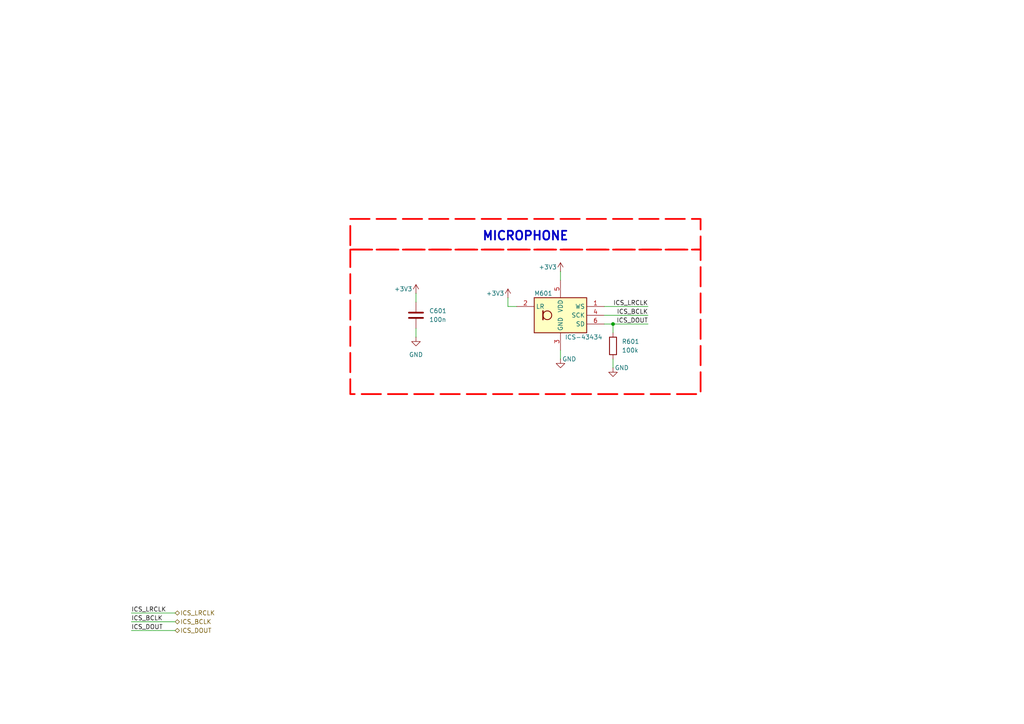
<source format=kicad_sch>
(kicad_sch (version 20231120) (generator "eeschema") (generator_version "8.0")
  (paper "A4")
  (title_block (title "Micrófono") (date "2024-07-18") (rev "Final") (company "MQuero"))
  (lib_symbols
    (symbol "Device:C" (pin_numbers hide) (pin_names (offset 0.254))
      (property "Reference" "C" (at 0.635 2.54 0))
      (property "Value" "C" (at 0.635 -2.54 0))
      (symbol "C_0_1"
        (polyline (pts (xy -2.032 -0.762) (xy 2.032 -0.762)) (stroke (width 0.508)))
        (polyline (pts (xy -2.032 0.762) (xy 2.032 0.762)) (stroke (width 0.508)))
      )
      (symbol "C_1_1"
        (pin passive line (at 0 3.81 270) (length 2.794) (name "~") (number "1"))
        (pin passive line (at 0 -3.81 90) (length 2.794) (name "~") (number "2"))
      )
    )
    (symbol "Device:R" (pin_numbers hide) (pin_names (offset 0))
      (property "Reference" "R" (at 2.032 0 90))
      (property "Value" "R" (at 0 0 90))
      (symbol "R_0_1"
        (rectangle (start -1.016 -2.54) (end 1.016 2.54) (stroke (width 0.254)))
      )
      (symbol "R_1_1"
        (pin passive line (at 0 3.81 270) (length 1.27) (name "~") (number "1"))
        (pin passive line (at 0 -3.81 90) (length 1.27) (name "~") (number "2"))
      )
    )
    (symbol "TFG:ICS-43434"
      (property "Reference" "M" (at 0 1.27 0))
      (property "Value" "ICS-43434" (at 8.89 -11.43 0))
      (symbol "ICS-43434_1_1"
        (polyline (pts (xy 2.54 -3.81) (xy 2.54 -6.35)) (stroke (width 0.381)))
        (rectangle (start 0 0) (end 15.24 -10.16) (stroke (width 0.254)) (fill (type background)))
        (circle (center 3.81 -5.08) (radius 1.27) (stroke (width 0.254)))
        (pin unspecified line (at 20.32 -2.54 180) (length 5.08) (name "WS") (number "1"))
        (pin unspecified line (at -5.08 -2.54 0) (length 5.08) (name "LR") (number "2"))
        (pin power_in line (at 7.62 -15.24 90) (length 5.08) (name "GND") (number "3"))
        (pin unspecified line (at 20.32 -5.08 180) (length 5.08) (name "SCK") (number "4"))
        (pin power_in line (at 7.62 5.08 270) (length 5.08) (name "VDD") (number "5"))
        (pin unspecified line (at 20.32 -7.62 180) (length 5.08) (name "SD") (number "6"))
      )
    )
    (symbol "power:+3V3" (power) (pin_numbers hide) (pin_names (offset 0) hide)
      (property "Value" "+3V3" (at 0 3.556 0))
      (symbol "+3V3_0_1"
        (polyline (pts (xy -0.762 1.27) (xy 0 2.54)))
        (polyline (pts (xy 0 0) (xy 0 2.54)))
        (polyline (pts (xy 0 2.54) (xy 0.762 1.27)))
      )
      (symbol "+3V3_1_1"
        (pin power_in line (at 0 0 90) (length 0) (name "~") (number "1"))
      )
    )
    (symbol "power:GND" (power) (pin_numbers hide) (pin_names (offset 0) hide)
      (property "Value" "GND" (at 0 -3.81 0))
      (symbol "GND_0_1"
        (polyline (pts (xy 0 0) (xy 0 -1.27) (xy 1.27 -1.27) (xy 0 -2.54) (xy -1.27 -1.27) (xy 0 -1.27)))
      )
      (symbol "GND_1_1"
        (pin power_in line (at 0 0 270) (length 0) (name "~") (number "1"))
      )
    )
  )
  (junction (at 177.8 93.98))
  (wire (pts (xy 177.8 104.14) (xy 177.8 106.68)))
  (wire (pts (xy 187.96 91.44) (xy 175.26 91.44)))
  (wire (pts (xy 187.96 93.98) (xy 177.8 93.98)))
  (wire (pts (xy 120.65 95.25) (xy 120.65 97.79)))
  (wire (pts (xy 38.1 180.34) (xy 50.8 180.34)))
  (wire (pts (xy 120.65 85.09) (xy 120.65 87.63)))
  (wire (pts (xy 162.56 78.74) (xy 162.56 81.28)))
  (wire (pts (xy 38.1 177.8) (xy 50.8 177.8)))
  (wire (pts (xy 175.26 93.98) (xy 177.8 93.98)))
  (wire (pts (xy 147.32 86.36) (xy 147.32 88.9)))
  (wire (pts (xy 162.56 101.6) (xy 162.56 104.14)))
  (wire (pts (xy 147.32 88.9) (xy 149.86 88.9)))
  (wire (pts (xy 38.1 182.88) (xy 50.8 182.88)))
  (wire (pts (xy 177.8 93.98) (xy 177.8 96.52)))
  (wire (pts (xy 187.96 88.9) (xy 175.26 88.9)))
  (rectangle (start 101.6 72.39) (end 203.2 114.3) (stroke (width 0.508) (type dash) (color 255 0 0 1)))
  (rectangle (start 101.6 63.5) (end 203.2 72.39) (stroke (width 0.508) (type dash) (color 255 0 0 1)))
  (text "MICROPHONE" (at 152.4 68.58 0) (effects (font (size 2.54 2.54) (thickness 0.508) (bold yes))))
  (label "ICS_BCLK" (at 38.1 180.34 0))
  (label "ICS_LRCLK" (at 187.96 88.9 180))
  (label "ICS_BCLK" (at 187.96 91.44 180))
  (label "ICS_LRCLK" (at 38.1 177.8 0))
  (label "ICS_DOUT" (at 187.96 93.98 180))
  (label "ICS_DOUT" (at 38.1 182.88 0))
  (hierarchical_label "ICS_BCLK" (shape bidirectional) (at 50.8 180.34 0))
  (hierarchical_label "ICS_DOUT" (shape bidirectional) (at 50.8 182.88 0))
  (hierarchical_label "ICS_LRCLK" (shape bidirectional) (at 50.8 177.8 0))
  (symbol (lib_id "power:+3V3") (at 162.56 78.74 0) (unit 1)
    (property "Reference" "#PWR0605" (effects (hide yes)))
    (property "Value" "+3V3" (at 156.21 77.47 0) (effects (justify left)))
    (property "Description" "Power symbol creates a global label with name \"+3V3\"" (effects (hide yes)))
  )
  (symbol (lib_id "Device:C") (at 120.65 91.44 0) (unit 1)
    (property "Reference" "C601" (at 124.46 90.1699 0) (effects (justify left)))
    (property "Value" "100n" (at 124.46 92.7099 0) (effects (justify left)))
    (property "Footprint" "Capacitor_SMD:C_0402_1005Metric" (effects (hide yes)))
    (property "Description" "Unpolarized capacitor" (effects (hide yes)))
  )
  (symbol (lib_id "power:GND") (at 177.8 106.68 0) (unit 1)
    (property "Reference" "#PWR0603" (effects (hide yes)))
    (property "Value" "GND" (at 180.34 106.68 0))
    (property "Description" "Power symbol creates a global label with name \"GND\" , ground" (effects (hide yes)))
  )
  (symbol (lib_id "Device:R") (at 177.8 100.33 0) (unit 1)
    (property "Reference" "R601" (at 180.34 99.0599 0) (effects (justify left)))
    (property "Value" "100k" (at 180.34 101.5999 0) (effects (justify left)))
    (property "Footprint" "Resistor_SMD:R_0402_1005Metric" (effects (hide yes)))
    (property "Description" "Resistor" (effects (hide yes)))
  )
  (symbol (lib_id "TFG:ICS-43434") (at 154.94 86.36 0) (unit 1)
    (property "Reference" "M601" (at 154.94 85.09 0) (effects (justify left)))
    (property "Value" "ICS-43434" (at 163.83 97.79 0) (effects (justify left)))
    (property "Footprint" "TFG:ICS-43434" (effects (hide yes)))
    (property "Datasheet" "https://invensense.tdk.com/wp-content/uploads/2016/02/DS-000069-ICS-43434-v1.2.pdf?ref_disty=digikey" (effects (hide yes)))
    (property "Description" "MICROPHONE MEMS DIGITAL I2S OMNI" (effects (hide yes)))
    (property "MQ PN" "TFGM001" (effects (hide yes)))
  )
  (symbol (lib_id "power:GND") (at 120.65 97.79 0) (unit 1)
    (property "Reference" "#PWR0602" (effects (hide yes)))
    (property "Value" "GND" (at 120.65 102.87 0))
    (property "Description" "Power symbol creates a global label with name \"GND\" , ground" (effects (hide yes)))
  )
  (symbol (lib_id "power:GND") (at 162.56 104.14 0) (unit 1)
    (property "Reference" "#PWR0604" (effects (hide yes)))
    (property "Value" "GND" (at 165.1 104.14 0))
    (property "Description" "Power symbol creates a global label with name \"GND\" , ground" (effects (hide yes)))
  )
  (symbol (lib_id "power:+3V3") (at 120.65 85.09 0) (unit 1)
    (property "Reference" "#PWR0601" (effects (hide yes)))
    (property "Value" "+3V3" (at 114.3 83.82 0) (effects (justify left)))
    (property "Description" "Power symbol creates a global label with name \"+3V3\"" (effects (hide yes)))
  )
  (symbol (lib_id "power:+3V3") (at 147.32 86.36 0) (unit 1)
    (property "Reference" "#PWR0606" (effects (hide yes)))
    (property "Value" "+3V3" (at 140.97 85.09 0) (effects (justify left)))
    (property "Description" "Power symbol creates a global label with name \"+3V3\"" (effects (hide yes)))
  )
)
</source>
